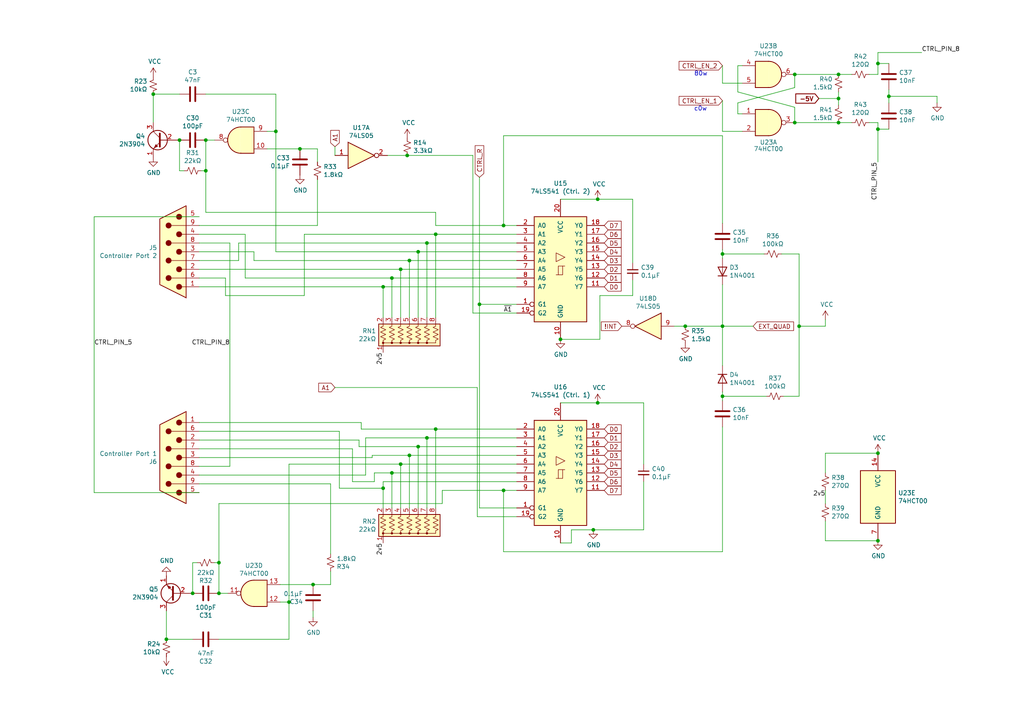
<source format=kicad_sch>
(kicad_sch (version 20250114) (generator "eeschema") (generator_version "9.0")
  (paper "A4")
  (lib_symbols
    (symbol "74xx:74HCT00" (pin_names (offset 1.016))
      (property "Reference" "U" (at 0 1.27 0))
      (property "Value" "74HCT00" (at 0 -1.27 0))
      (symbol "74HCT00_1_1"
        (pin input line (at -7.62 2.54 0) (length 3.81) (name "~") (number "1"))
        (pin input line (at -7.62 -2.54 0) (length 3.81) (name "~") (number "2"))
        (pin output inverted (at 7.62 0 180) (length 3.81) (name "~") (number "3"))
      )
      (symbol "74HCT00_1_2"
        (pin input inverted (at -7.62 2.54 0) (length 4.318) (name "~") (number "1"))
        (pin input inverted (at -7.62 -2.54 0) (length 4.318) (name "~") (number "2"))
        (pin output line (at 7.62 0 180) (length 3.81) (name "~") (number "3"))
      )
      (symbol "74HCT00_2_1"
        (pin input line (at -7.62 2.54 0) (length 3.81) (name "~") (number "4"))
        (pin input line (at -7.62 -2.54 0) (length 3.81) (name "~") (number "5"))
        (pin output inverted (at 7.62 0 180) (length 3.81) (name "~") (number "6"))
      )
      (symbol "74HCT00_2_2"
        (pin input inverted (at -7.62 2.54 0) (length 4.318) (name "~") (number "4"))
        (pin input inverted (at -7.62 -2.54 0) (length 4.318) (name "~") (number "5"))
        (pin output line (at 7.62 0 180) (length 3.81) (name "~") (number "6"))
      )
      (symbol "74HCT00_3_1"
        (pin input line (at -7.62 2.54 0) (length 3.81) (name "~") (number "9"))
        (pin input line (at -7.62 -2.54 0) (length 3.81) (name "~") (number "10"))
        (pin output inverted (at 7.62 0 180) (length 3.81) (name "~") (number "8"))
      )
      (symbol "74HCT00_3_2"
        (pin input inverted (at -7.62 2.54 0) (length 4.318) (name "~") (number "9"))
        (pin input inverted (at -7.62 -2.54 0) (length 4.318) (name "~") (number "10"))
        (pin output line (at 7.62 0 180) (length 3.81) (name "~") (number "8"))
      )
      (symbol "74HCT00_4_1"
        (pin input line (at -7.62 2.54 0) (length 3.81) (name "~") (number "12"))
        (pin input line (at -7.62 -2.54 0) (length 3.81) (name "~") (number "13"))
        (pin output inverted (at 7.62 0 180) (length 3.81) (name "~") (number "11"))
      )
      (symbol "74HCT00_4_2"
        (pin input inverted (at -7.62 2.54 0) (length 4.318) (name "~") (number "12"))
        (pin input inverted (at -7.62 -2.54 0) (length 4.318) (name "~") (number "13"))
        (pin output line (at 7.62 0 180) (length 3.81) (name "~") (number "11"))
      )
      (symbol "74HCT00_5_0"
        (pin power_in line (at 0 12.7 270) (length 5.08) (name "VCC") (number "14"))
        (pin power_in line (at 0 -12.7 90) (length 5.08) (name "GND") (number "7"))
      )
    )
    (symbol "74xx:74LS05" (pin_names (offset 1.016))
      (property "Reference" "U" (at 0 1.27 0))
      (property "Value" "74LS05" (at 0 -1.27 0))
      (symbol "74LS05_1_0"
        (pin input line (at -7.62 0 0) (length 3.81) (name "~") (number "1"))
        (pin open_collector inverted (at 7.62 0 180) (length 3.81) (name "~") (number "2"))
      )
      (symbol "74LS05_2_0"
        (pin input line (at -7.62 0 0) (length 3.81) (name "~") (number "3"))
        (pin open_collector inverted (at 7.62 0 180) (length 3.81) (name "~") (number "4"))
      )
      (symbol "74LS05_3_0"
        (pin input line (at -7.62 0 0) (length 3.81) (name "~") (number "5"))
        (pin open_collector inverted (at 7.62 0 180) (length 3.81) (name "~") (number "6"))
      )
      (symbol "74LS05_4_0"
        (pin input line (at -7.62 0 0) (length 3.81) (name "~") (number "9"))
        (pin open_collector inverted (at 7.62 0 180) (length 3.81) (name "~") (number "8"))
      )
      (symbol "74LS05_5_0"
        (pin input line (at -7.62 0 0) (length 3.81) (name "~") (number "11"))
        (pin open_collector inverted (at 7.62 0 180) (length 3.81) (name "~") (number "10"))
      )
      (symbol "74LS05_6_0"
        (pin input line (at -7.62 0 0) (length 3.81) (name "~") (number "13"))
        (pin open_collector inverted (at 7.62 0 180) (length 3.81) (name "~") (number "12"))
      )
      (symbol "74LS05_7_0"
        (pin power_in line (at 0 12.7 270) (length 5.08) (name "VCC") (number "14"))
        (pin power_in line (at 0 -12.7 90) (length 5.08) (name "GND") (number "7"))
      )
    )
    (symbol "74xx:74LS541" (pin_names (offset 1.016))
      (property "Reference" "U" (at -7.62 16.51 0))
      (property "Value" "74LS541" (at -7.62 -16.51 0))
      (symbol "74LS541_1_0"
        (pin input line (at -12.7 12.7 0) (length 5.08) (name "A0") (number "2"))
        (pin input line (at -12.7 10.16 0) (length 5.08) (name "A1") (number "3"))
        (pin input line (at -12.7 7.62 0) (length 5.08) (name "A2") (number "4"))
        (pin input line (at -12.7 5.08 0) (length 5.08) (name "A3") (number "5"))
        (pin input line (at -12.7 2.54 0) (length 5.08) (name "A4") (number "6"))
        (pin input line (at -12.7 0 0) (length 5.08) (name "A5") (number "7"))
        (pin input line (at -12.7 -2.54 0) (length 5.08) (name "A6") (number "8"))
        (pin input line (at -12.7 -5.08 0) (length 5.08) (name "A7") (number "9"))
        (pin input inverted (at -12.7 -10.16 0) (length 5.08) (name "G1") (number "1"))
        (pin input inverted (at -12.7 -12.7 0) (length 5.08) (name "G2") (number "19"))
        (pin power_in line (at 0 20.32 270) (length 5.08) (name "VCC") (number "20"))
        (pin power_in line (at 0 -20.32 90) (length 5.08) (name "GND") (number "10"))
        (pin tri_state line (at 12.7 12.7 180) (length 5.08) (name "Y0") (number "18"))
        (pin tri_state line (at 12.7 10.16 180) (length 5.08) (name "Y1") (number "17"))
        (pin tri_state line (at 12.7 7.62 180) (length 5.08) (name "Y2") (number "16"))
        (pin tri_state line (at 12.7 5.08 180) (length 5.08) (name "Y3") (number "15"))
        (pin tri_state line (at 12.7 2.54 180) (length 5.08) (name "Y4") (number "14"))
        (pin tri_state line (at 12.7 0 180) (length 5.08) (name "Y5") (number "13"))
        (pin tri_state line (at 12.7 -2.54 180) (length 5.08) (name "Y6") (number "12"))
        (pin tri_state line (at 12.7 -5.08 180) (length 5.08) (name "Y7") (number "11"))
      )
    )
    (symbol "Connector:DB9_Male" (pin_names (offset 1.016) (hide yes))
      (property "Reference" "J" (at 0 13.97 0))
      (property "Value" "DB9_Male" (at 0 -14.605 0))
      (symbol "DB9_Male_1_1"
        (pin passive line (at -7.62 10.16 0) (length 3.81) (name "5") (number "5"))
        (pin passive line (at -7.62 7.62 0) (length 3.81) (name "9") (number "9"))
        (pin passive line (at -7.62 5.08 0) (length 3.81) (name "4") (number "4"))
        (pin passive line (at -7.62 2.54 0) (length 3.81) (name "8") (number "8"))
        (pin passive line (at -7.62 0 0) (length 3.81) (name "3") (number "3"))
        (pin passive line (at -7.62 -2.54 0) (length 3.81) (name "7") (number "7"))
        (pin passive line (at -7.62 -5.08 0) (length 3.81) (name "2") (number "2"))
        (pin passive line (at -7.62 -7.62 0) (length 3.81) (name "6") (number "6"))
        (pin passive line (at -7.62 -10.16 0) (length 3.81) (name "1") (number "1"))
      )
    )
    (symbol "Device:C" (pin_numbers (hide yes)) (pin_names (offset 0.254))
      (property "Reference" "C" (at 0.635 2.54 0))
      (property "Value" "C" (at 0.635 -2.54 0))
      (symbol "C_1_1"
        (pin passive line (at 0 3.81 270) (length 2.794) (name "~") (number "1"))
        (pin passive line (at 0 -3.81 90) (length 2.794) (name "~") (number "2"))
      )
    )
    (symbol "Device:C_Small" (pin_numbers (hide yes)) (pin_names (offset 0.254) (hide yes))
      (property "Reference" "C" (at 0.254 1.778 0))
      (property "Value" "C_Small" (at 0.254 -2.032 0))
      (symbol "C_Small_1_1"
        (pin passive line (at 0 2.54 270) (length 2.032) (name "~") (number "1"))
        (pin passive line (at 0 -2.54 90) (length 2.032) (name "~") (number "2"))
      )
    )
    (symbol "Device:R_Network07_US" (pin_names (offset 0) (hide yes))
      (property "Reference" "RN" (at -10.16 0 90))
      (property "Value" "R_Network07_US" (at 10.16 0 90))
      (symbol "R_Network07_US_1_1"
        (pin passive line (at -7.62 5.08 270) (length 2.54) (name "common") (number "1"))
        (pin passive line (at -7.62 -5.08 90) (length 1.27) (name "R1") (number "2"))
        (pin passive line (at -5.08 -5.08 90) (length 1.27) (name "R2") (number "3"))
        (pin passive line (at -2.54 -5.08 90) (length 1.27) (name "R3") (number "4"))
        (pin passive line (at 0 -5.08 90) (length 1.27) (name "R4") (number "5"))
        (pin passive line (at 2.54 -5.08 90) (length 1.27) (name "R5") (number "6"))
        (pin passive line (at 5.08 -5.08 90) (length 1.27) (name "R6") (number "7"))
        (pin passive line (at 7.62 -5.08 90) (length 1.27) (name "R7") (number "8"))
      )
    )
    (symbol "Device:R_Small_US" (pin_numbers (hide yes)) (pin_names (offset 0.254) (hide yes))
      (property "Reference" "R" (at 0.762 0.508 0))
      (property "Value" "R_Small_US" (at 0.762 -1.016 0))
      (symbol "R_Small_US_1_1"
        (pin passive line (at 0 2.54 270) (length 1.016) (name "~") (number "1"))
        (pin passive line (at 0 -2.54 90) (length 1.016) (name "~") (number "2"))
      )
    )
    (symbol "Diode:1N4001" (pin_numbers (hide yes)) (pin_names (offset 1.016) (hide yes))
      (property "Reference" "D" (at 0 2.54 0))
      (property "Value" "1N4001" (at 0 -2.54 0))
      (symbol "1N4001_1_1"
        (pin passive line (at -3.81 0 0) (length 2.54) (name "K") (number "1"))
        (pin passive line (at 3.81 0 180) (length 2.54) (name "A") (number "2"))
      )
    )
    (symbol "Transistor_BJT:2N3904" (pin_names (offset 0) (hide yes))
      (property "Reference" "Q" (at 5.08 1.905 0))
      (property "Value" "2N3904" (at 5.08 0 0))
      (symbol "2N3904_1_1"
        (pin passive line (at -5.08 0 0) (length 5.715) (name "B") (number "2"))
        (pin passive line (at 2.54 5.08 270) (length 2.54) (name "C") (number "3"))
        (pin passive line (at 2.54 -5.08 90) (length 2.54) (name "E") (number "1"))
      )
    )
    (symbol "power:GND" (power) (pin_names (offset 0))
      (property "Value" "GND" (at 0 -3.81 0))
      (symbol "GND_1_1"
        (pin power_in line (at 0 0 270) (length 0) (hide yes) (name "GND") (number "1"))
      )
    )
    (symbol "power:VCC" (power) (pin_names (offset 0))
      (property "Value" "VCC" (at 0 3.81 0))
      (symbol "VCC_1_1"
        (pin power_in line (at 0 0 90) (length 0) (hide yes) (name "VCC") (number "1"))
      )
    )
  )
  (text "c0w" (at 205.105 32.385 0) (effects (font (size 1.27 1.27)) (justify right bottom)))
  (text "80w" (at 201.295 22.225 0) (effects (font (size 1.27 1.27)) (justify left bottom)))
  (junction (at 126.365 124.46))
  (junction (at 118.745 75.565))
  (junction (at 162.56 98.425))
  (junction (at 121.285 129.54))
  (junction (at 118.745 132.08))
  (junction (at 173.355 116.84))
  (junction (at 209.55 73.66))
  (junction (at 126.365 67.945))
  (junction (at 209.55 114.935))
  (junction (at 80.01 38.1))
  (junction (at 116.205 78.105))
  (junction (at 198.755 94.615))
  (junction (at 209.55 94.615))
  (junction (at 113.665 137.16))
  (junction (at 254.635 18.415))
  (junction (at 243.205 21.59))
  (junction (at 116.205 134.62))
  (junction (at 111.125 141.605))
  (junction (at 231.775 94.615))
  (junction (at 254.635 37.465))
  (junction (at 173.355 57.785))
  (junction (at 48.26 185.42))
  (junction (at 59.69 49.53))
  (junction (at 146.05 142.24))
  (junction (at 123.825 70.485))
  (junction (at 55.88 172.085))
  (junction (at 254.635 131.445))
  (junction (at 86.995 43.18))
  (junction (at 121.285 73.025))
  (junction (at 243.205 35.56))
  (junction (at 254.635 156.845))
  (junction (at 83.82 174.625))
  (junction (at 172.085 153.67))
  (junction (at 243.205 28.575))
  (junction (at 113.665 80.645))
  (junction (at 111.125 83.185))
  (junction (at 139.065 88.265))
  (junction (at 118.11 45.085))
  (junction (at 59.69 40.64))
  (junction (at 230.505 35.56))
  (junction (at 90.805 169.545))
  (junction (at 257.81 27.94))
  (junction (at 52.07 40.64))
  (junction (at 230.505 21.59))
  (junction (at 146.05 65.405))
  (junction (at 123.825 127))
  (junction (at 63.5 172.085))
  (junction (at 63.5 163.195))
  (junction (at 44.45 27.305))
  (wire (pts (xy 231.775 94.615) (xy 239.395 94.615)))
  (wire (pts (xy 213.995 19.05) (xy 213.995 26.67)))
  (wire (pts (xy 149.86 134.62) (xy 116.205 134.62)))
  (wire (pts (xy 121.285 129.54) (xy 149.86 129.54)))
  (wire (pts (xy 80.01 27.305) (xy 59.69 27.305)))
  (wire (pts (xy 239.395 142.24) (xy 239.395 146.05)))
  (wire (pts (xy 195.58 94.615) (xy 198.755 94.615)))
  (wire (pts (xy 95.885 165.735) (xy 95.885 169.545)))
  (wire (pts (xy 52.07 49.53) (xy 52.07 40.64)))
  (wire (pts (xy 123.825 92.075) (xy 123.825 70.485)))
  (wire (pts (xy 209.55 39.37) (xy 209.55 64.77)))
  (wire (pts (xy 231.775 114.935) (xy 231.775 94.615)))
  (wire (pts (xy 128.27 142.24) (xy 128.27 146.05)))
  (wire (pts (xy 106.045 127) (xy 106.045 137.795)))
  (wire (pts (xy 209.55 73.66) (xy 209.55 74.93)))
  (wire (pts (xy 227.33 114.935) (xy 231.775 114.935)))
  (wire (pts (xy 252.095 35.56) (xy 254.635 35.56)))
  (wire (pts (xy 165.735 157.48) (xy 162.56 157.48)))
  (wire (pts (xy 209.55 82.55) (xy 209.55 94.615)))
  (wire (pts (xy 146.05 65.405) (xy 149.86 65.405)))
  (wire (pts (xy 92.075 52.07) (xy 92.075 65.405)))
  (wire (pts (xy 126.365 61.595) (xy 126.365 65.405)))
  (wire (pts (xy 186.69 153.67) (xy 172.085 153.67)))
  (wire (pts (xy 209.55 94.615) (xy 218.44 94.615)))
  (wire (pts (xy 57.785 80.645) (xy 65.405 80.645)))
  (wire (pts (xy 138.43 149.86) (xy 149.86 149.86)))
  (wire (pts (xy 257.81 27.94) (xy 257.81 29.845)))
  (wire (pts (xy 186.69 134.62) (xy 186.69 116.84)))
  (wire (pts (xy 97.155 42.545) (xy 97.155 45.085)))
  (wire (pts (xy 146.05 142.24) (xy 146.05 160.02)))
  (wire (pts (xy 90.805 169.545) (xy 81.28 169.545)))
  (wire (pts (xy 73.66 73.025) (xy 73.66 75.565)))
  (wire (pts (xy 83.82 185.42) (xy 63.5 185.42)))
  (wire (pts (xy 173.99 98.425) (xy 173.99 85.725)))
  (wire (pts (xy 254.635 21.59) (xy 254.635 18.415)))
  (wire (pts (xy 239.395 94.615) (xy 239.395 92.71)))
  (wire (pts (xy 27.305 62.865) (xy 57.785 62.865)))
  (wire (pts (xy 57.785 122.555) (xy 104.775 122.555)))
  (wire (pts (xy 243.205 28.575) (xy 237.49 28.575)))
  (wire (pts (xy 126.365 124.46) (xy 149.86 124.46)))
  (wire (pts (xy 126.365 67.945) (xy 149.86 67.945)))
  (wire (pts (xy 243.205 21.59) (xy 230.505 21.59)))
  (wire (pts (xy 254.635 37.465) (xy 254.635 46.99)))
  (wire (pts (xy 230.505 31.115) (xy 230.505 35.56)))
  (wire (pts (xy 137.16 45.085) (xy 137.16 90.805)))
  (wire (pts (xy 215.265 38.1) (xy 209.55 38.1)))
  (wire (pts (xy 128.27 146.05) (xy 63.5 146.05)))
  (wire (pts (xy 254.635 18.415) (xy 254.635 15.24)))
  (wire (pts (xy 139.065 147.32) (xy 149.86 147.32)))
  (wire (pts (xy 104.14 129.54) (xy 121.285 129.54)))
  (wire (pts (xy 213.995 33.02) (xy 215.265 33.02)))
  (wire (pts (xy 149.86 83.185) (xy 111.125 83.185)))
  (wire (pts (xy 146.05 142.24) (xy 128.27 142.24)))
  (wire (pts (xy 183.515 76.2) (xy 183.515 57.785)))
  (wire (pts (xy 83.82 134.62) (xy 83.82 174.625)))
  (wire (pts (xy 65.405 85.725) (xy 88.265 85.725)))
  (wire (pts (xy 209.55 73.66) (xy 221.615 73.66)))
  (wire (pts (xy 146.05 160.02) (xy 209.55 160.02)))
  (wire (pts (xy 257.81 27.94) (xy 271.78 27.94)))
  (wire (pts (xy 173.355 57.785) (xy 162.56 57.785)))
  (wire (pts (xy 126.365 147.32) (xy 126.365 124.46)))
  (wire (pts (xy 102.235 130.175) (xy 102.235 139.7)))
  (wire (pts (xy 149.86 88.265) (xy 139.065 88.265)))
  (wire (pts (xy 57.785 67.945) (xy 71.12 67.945)))
  (wire (pts (xy 146.05 39.37) (xy 209.55 39.37)))
  (wire (pts (xy 113.665 147.32) (xy 113.665 137.16)))
  (wire (pts (xy 104.775 124.46) (xy 126.365 124.46)))
  (wire (pts (xy 83.82 174.625) (xy 81.28 174.625)))
  (wire (pts (xy 92.075 46.99) (xy 92.075 43.18)))
  (wire (pts (xy 118.745 75.565) (xy 149.86 75.565)))
  (wire (pts (xy 209.55 24.13) (xy 209.55 19.05)))
  (wire (pts (xy 243.205 30.48) (xy 243.205 28.575)))
  (wire (pts (xy 243.205 21.59) (xy 247.015 21.59)))
  (wire (pts (xy 186.69 139.7) (xy 186.69 153.67)))
  (wire (pts (xy 53.34 49.53) (xy 52.07 49.53)))
  (wire (pts (xy 88.265 85.725) (xy 88.265 67.945)))
  (wire (pts (xy 27.305 142.875) (xy 27.305 62.865)))
  (wire (pts (xy 88.265 67.945) (xy 126.365 67.945)))
  (wire (pts (xy 116.205 147.32) (xy 116.205 134.62)))
  (wire (pts (xy 83.82 174.625) (xy 83.82 185.42)))
  (wire (pts (xy 113.665 137.16) (xy 149.86 137.16)))
  (wire (pts (xy 239.395 151.13) (xy 239.395 156.845)))
  (wire (pts (xy 149.86 78.105) (xy 116.205 78.105)))
  (wire (pts (xy 186.69 116.84) (xy 173.355 116.84)))
  (wire (pts (xy 97.155 112.395) (xy 138.43 112.395)))
  (wire (pts (xy 254.635 37.465) (xy 257.81 37.465)))
  (wire (pts (xy 104.14 127.635) (xy 104.14 129.54)))
  (wire (pts (xy 213.995 26.67) (xy 230.505 31.115)))
  (wire (pts (xy 86.995 43.18) (xy 77.47 43.18)))
  (wire (pts (xy 239.395 156.845) (xy 254.635 156.845)))
  (wire (pts (xy 139.065 88.265) (xy 139.065 147.32)))
  (wire (pts (xy 243.205 28.575) (xy 243.205 26.67)))
  (wire (pts (xy 230.505 35.56) (xy 243.205 35.56)))
  (wire (pts (xy 113.665 92.075) (xy 113.665 80.645)))
  (wire (pts (xy 252.095 21.59) (xy 254.635 21.59)))
  (wire (pts (xy 63.5 146.05) (xy 63.5 163.195)))
  (wire (pts (xy 57.785 127.635) (xy 104.14 127.635)))
  (wire (pts (xy 66.675 70.485) (xy 57.785 70.485)))
  (wire (pts (xy 108.585 137.16) (xy 113.665 137.16)))
  (wire (pts (xy 123.825 127) (xy 106.045 127)))
  (wire (pts (xy 254.635 15.24) (xy 267.335 15.24)))
  (wire (pts (xy 149.86 142.24) (xy 146.05 142.24)))
  (wire (pts (xy 123.825 70.485) (xy 69.215 70.485)))
  (wire (pts (xy 126.365 92.075) (xy 126.365 67.945)))
  (wire (pts (xy 80.01 38.1) (xy 80.01 27.305)))
  (wire (pts (xy 116.205 78.105) (xy 57.785 78.105)))
  (wire (pts (xy 48.26 177.165) (xy 48.26 185.42)))
  (wire (pts (xy 116.205 92.075) (xy 116.205 78.105)))
  (wire (pts (xy 108.585 139.7) (xy 108.585 137.16)))
  (wire (pts (xy 58.42 49.53) (xy 59.69 49.53)))
  (wire (pts (xy 172.085 153.67) (xy 165.735 153.67)))
  (wire (pts (xy 62.23 163.195) (xy 63.5 163.195)))
  (wire (pts (xy 113.665 80.645) (xy 149.86 80.645)))
  (wire (pts (xy 173.99 85.725) (xy 183.515 85.725)))
  (wire (pts (xy 138.43 112.395) (xy 138.43 149.86)))
  (wire (pts (xy 111.125 92.075) (xy 111.125 83.185)))
  (wire (pts (xy 69.215 70.485) (xy 69.215 75.565)))
  (wire (pts (xy 57.785 65.405) (xy 92.075 65.405)))
  (wire (pts (xy 149.86 70.485) (xy 123.825 70.485)))
  (wire (pts (xy 209.55 114.935) (xy 209.55 116.205)))
  (wire (pts (xy 57.785 73.025) (xy 73.66 73.025)))
  (wire (pts (xy 107.95 132.08) (xy 118.745 132.08)))
  (wire (pts (xy 44.45 27.305) (xy 52.07 27.305)))
  (wire (pts (xy 271.78 27.94) (xy 271.78 29.845)))
  (wire (pts (xy 63.5 172.085) (xy 66.04 172.085)))
  (wire (pts (xy 149.86 139.7) (xy 111.125 139.7)))
  (wire (pts (xy 209.55 113.665) (xy 209.55 114.935)))
  (wire (pts (xy 137.16 90.805) (xy 149.86 90.805)))
  (wire (pts (xy 254.635 131.445) (xy 239.395 131.445)))
  (wire (pts (xy 165.735 153.67) (xy 165.735 157.48)))
  (wire (pts (xy 257.81 26.035) (xy 257.81 27.94)))
  (wire (pts (xy 222.25 114.935) (xy 209.55 114.935)))
  (wire (pts (xy 95.885 140.335) (xy 95.885 160.655)))
  (wire (pts (xy 59.69 49.53) (xy 59.69 61.595)))
  (wire (pts (xy 80.01 38.1) (xy 77.47 38.1)))
  (wire (pts (xy 73.66 75.565) (xy 118.745 75.565)))
  (wire (pts (xy 107.95 132.715) (xy 107.95 132.08)))
  (wire (pts (xy 57.785 132.715) (xy 107.95 132.715)))
  (wire (pts (xy 209.55 160.02) (xy 209.55 123.825)))
  (wire (pts (xy 121.285 73.025) (xy 80.01 73.025)))
  (wire (pts (xy 63.5 163.195) (xy 63.5 172.085)))
  (wire (pts (xy 106.045 137.795) (xy 57.785 137.795)))
  (wire (pts (xy 213.995 29.845) (xy 213.995 33.02)))
  (wire (pts (xy 116.205 134.62) (xy 83.82 134.62)))
  (wire (pts (xy 80.01 73.025) (xy 80.01 38.1)))
  (wire (pts (xy 118.11 45.085) (xy 137.16 45.085)))
  (wire (pts (xy 104.775 122.555) (xy 104.775 124.46)))
  (wire (pts (xy 209.55 72.39) (xy 209.55 73.66)))
  (wire (pts (xy 111.125 141.605) (xy 98.425 141.605)))
  (wire (pts (xy 55.88 163.195) (xy 55.88 172.085)))
  (wire (pts (xy 102.235 139.7) (xy 108.585 139.7)))
  (wire (pts (xy 183.515 57.785) (xy 173.355 57.785)))
  (wire (pts (xy 57.785 135.255) (xy 66.675 135.255)))
  (wire (pts (xy 254.635 35.56) (xy 254.635 37.465)))
  (wire (pts (xy 90.805 179.07) (xy 90.805 177.165)))
  (wire (pts (xy 118.745 132.08) (xy 149.86 132.08)))
  (wire (pts (xy 239.395 131.445) (xy 239.395 137.16)))
  (wire (pts (xy 69.215 75.565) (xy 57.785 75.565)))
  (wire (pts (xy 209.55 94.615) (xy 209.55 106.045)))
  (wire (pts (xy 57.15 163.195) (xy 55.88 163.195)))
  (wire (pts (xy 209.55 38.1) (xy 209.55 29.21)))
  (wire (pts (xy 111.125 139.7) (xy 111.125 141.605)))
  (wire (pts (xy 198.755 94.615) (xy 209.55 94.615)))
  (wire (pts (xy 57.785 142.875) (xy 27.305 142.875)))
  (wire (pts (xy 149.86 73.025) (xy 121.285 73.025)))
  (wire (pts (xy 92.075 43.18) (xy 86.995 43.18)))
  (wire (pts (xy 173.355 116.84) (xy 162.56 116.84)))
  (wire (pts (xy 121.285 147.32) (xy 121.285 129.54)))
  (wire (pts (xy 98.425 141.605) (xy 98.425 125.095)))
  (wire (pts (xy 123.825 147.32) (xy 123.825 127)))
  (wire (pts (xy 215.265 24.13) (xy 209.55 24.13)))
  (wire (pts (xy 57.785 130.175) (xy 102.235 130.175)))
  (wire (pts (xy 44.45 35.56) (xy 44.45 27.305)))
  (wire (pts (xy 230.505 25.4) (xy 213.995 29.845)))
  (wire (pts (xy 121.285 73.025) (xy 121.285 92.075)))
  (wire (pts (xy 162.56 98.425) (xy 173.99 98.425)))
  (wire (pts (xy 95.885 140.335) (xy 57.785 140.335)))
  (wire (pts (xy 254.635 18.415) (xy 257.81 18.415)))
  (wire (pts (xy 231.775 94.615) (xy 231.775 73.66)))
  (wire (pts (xy 230.505 21.59) (xy 230.505 25.4)))
  (wire (pts (xy 95.885 169.545) (xy 90.805 169.545)))
  (wire (pts (xy 71.12 80.645) (xy 113.665 80.645)))
  (wire (pts (xy 146.05 65.405) (xy 146.05 39.37)))
  (wire (pts (xy 59.69 49.53) (xy 59.69 40.64)))
  (wire (pts (xy 149.86 127) (xy 123.825 127)))
  (wire (pts (xy 111.125 147.32) (xy 111.125 141.605)))
  (wire (pts (xy 59.69 40.64) (xy 62.23 40.64)))
  (wire (pts (xy 243.205 35.56) (xy 247.015 35.56)))
  (wire (pts (xy 118.745 92.075) (xy 118.745 75.565)))
  (wire (pts (xy 126.365 65.405) (xy 146.05 65.405)))
  (wire (pts (xy 59.69 61.595) (xy 126.365 61.595)))
  (wire (pts (xy 66.675 135.255) (xy 66.675 70.485)))
  (wire (pts (xy 48.26 185.42) (xy 55.88 185.42)))
  (wire (pts (xy 71.12 67.945) (xy 71.12 80.645)))
  (wire (pts (xy 98.425 125.095) (xy 57.785 125.095)))
  (wire (pts (xy 139.065 51.435) (xy 139.065 88.265)))
  (wire (pts (xy 111.125 83.185) (xy 57.785 83.185)))
  (wire (pts (xy 112.395 45.085) (xy 118.11 45.085)))
  (wire (pts (xy 65.405 80.645) (xy 65.405 85.725)))
  (wire (pts (xy 118.745 147.32) (xy 118.745 132.08)))
  (wire (pts (xy 215.265 19.05) (xy 213.995 19.05)))
  (wire (pts (xy 183.515 85.725) (xy 183.515 81.28)))
  (wire (pts (xy 231.775 73.66) (xy 226.695 73.66)))
  (label "CTRL_PIN_5" (at 27.305 100.33 0))
  (label "~{A1}" (at 146.05 90.805 0))
  (label "2v5" (at 239.395 144.145 180))
  (label "CTRL_PIN_8" (at 267.335 15.24 0))
  (label "2v5" (at 111.125 157.48 270))
  (label "CTRL_PIN_5" (at 254.635 46.99 270))
  (label "CTRL_PIN_8" (at 66.675 100.33 180))
  (label "2v5" (at 111.125 102.235 270))
  (global_label "A1" (shape input) (at 97.155 42.545 90) (property "Intersheetrefs" "${INTERSHEET_REFS}" (effects (hide yes))))
  (global_label "D3" (shape input) (at 175.26 132.08 0) (property "Intersheetrefs" "${INTERSHEET_REFS}" (effects (hide yes))))
  (global_label "!INT" (shape input) (at 180.34 94.615 180) (property "Intersheetrefs" "${INTERSHEET_REFS}" (effects (hide yes))))
  (global_label "CTRL_EN_1" (shape input) (at 209.55 29.21 180) (property "Intersheetrefs" "${INTERSHEET_REFS}" (effects (hide yes))))
  (global_label "CTRL_EN_2" (shape input) (at 209.55 19.05 180) (property "Intersheetrefs" "${INTERSHEET_REFS}" (effects (hide yes))))
  (global_label "D4" (shape input) (at 175.26 73.025 0) (property "Intersheetrefs" "${INTERSHEET_REFS}" (effects (hide yes))))
  (global_label "D1" (shape input) (at 175.26 127 0) (property "Intersheetrefs" "${INTERSHEET_REFS}" (effects (hide yes))))
  (global_label "-5V" (shape input) (at 237.49 28.575 180) (effects (font (thickness 0.254) (bold yes))) (property "Intersheetrefs" "${INTERSHEET_REFS}" (effects (hide yes))))
  (global_label "EXT_QUAD" (shape input) (at 218.44 94.615 0) (property "Intersheetrefs" "${INTERSHEET_REFS}" (effects (hide yes))))
  (global_label "CTRL_R" (shape input) (at 139.065 51.435 90) (property "Intersheetrefs" "${INTERSHEET_REFS}" (effects (hide yes))))
  (global_label "A1" (shape input) (at 97.155 112.395 180) (property "Intersheetrefs" "${INTERSHEET_REFS}" (effects (hide yes))))
  (global_label "D6" (shape input) (at 175.26 67.945 0) (property "Intersheetrefs" "${INTERSHEET_REFS}" (effects (hide yes))))
  (global_label "D7" (shape input) (at 175.26 65.405 0) (property "Intersheetrefs" "${INTERSHEET_REFS}" (effects (hide yes))))
  (global_label "D2" (shape input) (at 175.26 129.54 0) (property "Intersheetrefs" "${INTERSHEET_REFS}" (effects (hide yes))))
  (global_label "D6" (shape input) (at 175.26 139.7 0) (property "Intersheetrefs" "${INTERSHEET_REFS}" (effects (hide yes))))
  (global_label "D2" (shape input) (at 175.26 78.105 0) (property "Intersheetrefs" "${INTERSHEET_REFS}" (effects (hide yes))))
  (global_label "D0" (shape input) (at 175.26 124.46 0) (property "Intersheetrefs" "${INTERSHEET_REFS}" (effects (hide yes))))
  (global_label "D7" (shape input) (at 175.26 142.24 0) (property "Intersheetrefs" "${INTERSHEET_REFS}" (effects (hide yes))))
  (global_label "D5" (shape input) (at 175.26 137.16 0) (property "Intersheetrefs" "${INTERSHEET_REFS}" (effects (hide yes))))
  (global_label "D0" (shape input) (at 175.26 83.185 0) (property "Intersheetrefs" "${INTERSHEET_REFS}" (effects (hide yes))))
  (global_label "D3" (shape input) (at 175.26 75.565 0) (property "Intersheetrefs" "${INTERSHEET_REFS}" (effects (hide yes))))
  (global_label "D4" (shape input) (at 175.26 134.62 0) (property "Intersheetrefs" "${INTERSHEET_REFS}" (effects (hide yes))))
  (global_label "D1" (shape input) (at 175.26 80.645 0) (property "Intersheetrefs" "${INTERSHEET_REFS}" (effects (hide yes))))
  (global_label "D5" (shape input) (at 175.26 70.485 0) (property "Intersheetrefs" "${INTERSHEET_REFS}" (effects (hide yes))))
  (symbol (lib_id "74xx:74LS05") (at 104.775 45.085 0) (unit 1)
    (property "Reference" "U17" (at 104.775 37.0332 0))
    (property "Value" "74LS05" (at 104.775 39.3446 0))
    (property "Footprint" "Housings_SOIC:SOIC-14_3.9x8.7mm_Pitch1.27mm" (effects (hide yes)))
    (property "Datasheet" "https://www.digikey.ca/product-detail/en/MM74HCT05MX/MM74HCT05MXCT-ND/2094424/?itemSeq=317132076" (effects (hide yes)))
    (property "DigiKey" "296-1630-1-ND" (effects (hide yes)))
  )
  (symbol (lib_id "Device:R_Small_US") (at 118.11 42.545 0) (unit 1)
    (property "Reference" "R14" (at 119.8372 41.3766 0) (effects (justify left)))
    (property "Value" "3.3kΩ" (at 119.8372 43.688 0) (effects (justify left)))
    (property "Footprint" "Resistors_SMD:R_0805_HandSoldering" (effects (hide yes)))
    (property "DigiKey" "RMCF0805JT3K30CT-ND" (effects (hide yes)))
  )
  (symbol (lib_id "power:VCC") (at 118.11 40.005 0) (unit 1)
    (property "Reference" "#PWR0115" (effects (hide yes)))
    (property "Value" "VCC" (at 118.5418 35.6108 0))
  )
  (symbol (lib_id "Connector:DB9_Male") (at 50.165 73.025 0) (mirror y) (unit 1)
    (property "Reference" "J5" (at 45.593 71.8566 0) (effects (justify left)))
    (property "Value" "Controller Port 2" (at 45.593 74.168 0) (effects (justify left)))
    (property "Footprint" "Jacks:A-DS 09 A-KG-T2S" (effects (hide yes)))
    (property "Datasheet" "http://www.assmann-wsw.com/fileadmin/datasheets/ASS_4888_CO.pdf" (effects (hide yes)))
    (property "DigiKey" "AE10968-ND" (effects (hide yes)))
  )
  (symbol (lib_id "Connector:DB9_Male") (at 50.165 132.715 180) (unit 1)
    (property "Reference" "J6" (at 45.593 133.8834 0) (effects (justify left)))
    (property "Value" "Controller Port 1" (at 45.593 131.572 0) (effects (justify left)))
    (property "Footprint" "Jacks:A-DS 09 A-KG-T2S" (effects (hide yes)))
    (property "Datasheet" "http://www.assmann-wsw.com/fileadmin/datasheets/ASS_4888_CO.pdf" (effects (hide yes)))
    (property "DigiKey" "AE10968-ND" (effects (hide yes)))
  )
  (symbol (lib_id "Device:R_Small_US") (at 239.395 139.7 0) (unit 1)
    (property "Reference" "R38" (at 241.1222 138.5316 0) (effects (justify left)))
    (property "Value" "270Ω" (at 241.1222 140.843 0) (effects (justify left)))
    (property "Footprint" "Resistors_SMD:R_0805_HandSoldering" (effects (hide yes)))
    (property "DigiKey" "RMCF0805JT270RCT-ND" (effects (hide yes)))
  )
  (symbol (lib_id "Device:R_Small_US") (at 239.395 148.59 0) (unit 1)
    (property "Reference" "R39" (at 241.1222 147.4216 0) (effects (justify left)))
    (property "Value" "270Ω" (at 241.1222 149.733 0) (effects (justify left)))
    (property "Footprint" "Resistors_SMD:R_0805_HandSoldering" (effects (hide yes)))
    (property "DigiKey" "RMCF0805JT270RCT-ND" (effects (hide yes)))
  )
  (symbol (lib_id "power:GND") (at 254.635 156.845 0) (unit 1)
    (property "Reference" "#PWR0135" (effects (hide yes)))
    (property "Value" "GND" (at 254.762 161.2392 0))
  )
  (symbol (lib_id "Device:R_Network07_US") (at 118.745 97.155 0) (mirror x) (unit 1)
    (property "Reference" "RN1" (at 109.1184 95.9866 0) (effects (justify right)))
    (property "Value" "22kΩ" (at 109.1184 98.298 0) (effects (justify right)))
    (property "Footprint" "Resistors_ThroughHole:R_Array_SIP8" (effects (hide yes)))
    (property "Datasheet" "http://www.vishay.com/docs/31509/csc.pdf" (effects (hide yes)))
    (property "DigiKey" "4608X-1-223LF-ND" (effects (hide yes)))
  )
  (symbol (lib_id "Device:R_Network07_US") (at 118.745 152.4 0) (mirror x) (unit 1)
    (property "Reference" "RN2" (at 109.1184 151.2316 0) (effects (justify right)))
    (property "Value" "22kΩ" (at 109.1184 153.543 0) (effects (justify right)))
    (property "Footprint" "Resistors_ThroughHole:R_Array_SIP8" (effects (hide yes)))
    (property "Datasheet" "http://www.vishay.com/docs/31509/csc.pdf" (effects (hide yes)))
    (property "DigiKey" "4608X-1-223LF-ND" (effects (hide yes)))
  )
  (symbol (lib_id "power:GND") (at 86.995 50.8 0) (unit 1)
    (property "Reference" "#PWR0158" (effects (hide yes)))
    (property "Value" "GND" (at 87.122 55.1942 0))
  )
  (symbol (lib_id "power:GND") (at 90.805 179.07 0) (unit 1)
    (property "Reference" "#PWR0159" (effects (hide yes)))
    (property "Value" "GND" (at 90.932 183.4642 0))
  )
  (symbol (lib_id "Device:R_Small_US") (at 92.075 49.53 180) (unit 1)
    (property "Reference" "R33" (at 93.8022 48.3616 0) (effects (justify right)))
    (property "Value" "1.8kΩ" (at 93.8022 50.673 0) (effects (justify right)))
    (property "Footprint" "Resistors_SMD:R_0805_HandSoldering" (effects (hide yes)))
    (property "DigiKey" "RMCF0805JT1K80CT-ND" (effects (hide yes)))
  )
  (symbol (lib_id "Device:C") (at 86.995 46.99 0) (mirror x) (unit 1)
    (property "Reference" "C33" (at 84.0994 45.8216 0) (effects (justify right)))
    (property "Value" "0.1µF" (at 84.0994 48.133 0) (effects (justify right)))
    (property "Footprint" "Capacitors_SMD:C_0805_HandSoldering" (effects (hide yes)))
    (property "DigiKey" "1276-1099-1-ND" (effects (hide yes)))
  )
  (symbol (lib_id "74xx:74HCT00") (at 69.85 40.64 0) (mirror y) (unit 3)
    (property "Reference" "U23" (at 69.85 32.385 0))
    (property "Value" "74HCT00" (at 69.85 34.6964 0))
    (property "Footprint" "Housings_SOIC:SOIC-14_3.9x8.7mm_Pitch1.27mm" (effects (hide yes)))
    (property "Datasheet" "http://www.ti.com/lit/gpn/sn74hct00" (effects (hide yes)))
    (property "DigiKey" "296-14542-1-ND" (effects (hide yes)))
  )
  (symbol (lib_id "Device:C") (at 55.88 27.305 270) (unit 1)
    (property "Reference" "C3" (at 55.88 20.9042 90))
    (property "Value" "47nF" (at 55.88 23.2156 90))
    (property "Footprint" "Capacitors_SMD:C_0805_HandSoldering" (effects (hide yes)))
    (property "DigiKey" "732-8059-1-ND" (effects (hide yes)))
  )
  (symbol (lib_id "Device:R_Small_US") (at 44.45 24.765 0) (mirror x) (unit 1)
    (property "Reference" "R23" (at 42.7482 23.5966 0) (effects (justify right)))
    (property "Value" "10kΩ" (at 42.7482 25.908 0) (effects (justify right)))
    (property "Footprint" "Resistors_SMD:R_0805_HandSoldering" (effects (hide yes)))
    (property "DigiKey" "RMCF0805JT10K0CT-ND" (effects (hide yes)))
  )
  (symbol (lib_id "power:VCC") (at 44.45 22.225 0) (unit 1)
    (property "Reference" "#PWR0136" (effects (hide yes)))
    (property "Value" "VCC" (at 44.8818 17.8308 0))
  )
  (symbol (lib_id "Transistor_BJT:2N3904") (at 46.99 40.64 0) (mirror y) (unit 1)
    (property "Reference" "Q4" (at 42.1386 39.4716 0) (effects (justify left)))
    (property "Value" "2N3904" (at 42.1386 41.783 0) (effects (justify left)))
    (property "Footprint" "TO_SOT_Packages_THT:TO-92_Inline_Wide" (effects (hide yes)))
    (property "Datasheet" "https://www.fairchildsemi.com/datasheets/2N/2N3904.pdf" (effects (hide yes)))
    (property "DigiKey" "2N3904TAFSCT-ND" (effects (hide yes)))
  )
  (symbol (lib_id "Device:C") (at 55.88 40.64 270) (unit 1)
    (property "Reference" "C30" (at 55.88 34.2392 90))
    (property "Value" "100pF" (at 55.88 36.5506 90))
    (property "Footprint" "Capacitors_SMD:C_0805_HandSoldering" (effects (hide yes)))
    (property "DigiKey" "732-12161-1-ND" (effects (hide yes)))
  )
  (symbol (lib_id "Device:R_Small_US") (at 55.88 49.53 270) (unit 1)
    (property "Reference" "R31" (at 55.88 44.323 90))
    (property "Value" "22kΩ" (at 55.88 46.6344 90))
    (property "Footprint" "Resistors_SMD:R_0805_HandSoldering" (effects (hide yes)))
    (property "DigiKey" "RMCF0805JT22K0CT-ND" (effects (hide yes)))
  )
  (symbol (lib_id "power:GND") (at 44.45 45.72 0) (unit 1)
    (property "Reference" "#PWR0137" (effects (hide yes)))
    (property "Value" "GND" (at 44.577 50.1142 0))
  )
  (symbol (lib_id "Device:R_Small_US") (at 95.885 163.195 0) (mirror y) (unit 1)
    (property "Reference" "R34" (at 97.6122 164.3634 0) (effects (justify right)))
    (property "Value" "1.8kΩ" (at 97.6122 162.052 0) (effects (justify right)))
    (property "Footprint" "Resistors_SMD:R_0805_HandSoldering" (effects (hide yes)))
    (property "DigiKey" "RMCF0805JT1K80CT-ND" (effects (hide yes)))
  )
  (symbol (lib_id "Device:C") (at 90.805 173.355 0) (unit 1)
    (property "Reference" "C34" (at 87.9094 174.5234 0) (effects (justify right)))
    (property "Value" "0.1µF" (at 87.9094 172.212 0) (effects (justify right)))
    (property "Footprint" "Capacitors_SMD:C_0805_HandSoldering" (effects (hide yes)))
    (property "DigiKey" "1276-1099-1-ND" (effects (hide yes)))
  )
  (symbol (lib_id "Device:C") (at 59.69 185.42 270) (mirror x) (unit 1)
    (property "Reference" "C32" (at 59.69 191.8208 90))
    (property "Value" "47nF" (at 59.69 189.5094 90))
    (property "Footprint" "Capacitors_SMD:C_0805_HandSoldering" (effects (hide yes)))
    (property "DigiKey" "732-8059-1-ND" (effects (hide yes)))
  )
  (symbol (lib_id "Device:R_Small_US") (at 48.26 187.96 0) (mirror x) (unit 1)
    (property "Reference" "R24" (at 46.5582 186.7916 0) (effects (justify right)))
    (property "Value" "10kΩ" (at 46.5582 189.103 0) (effects (justify right)))
    (property "Footprint" "Resistors_SMD:R_0805_HandSoldering" (effects (hide yes)))
    (property "DigiKey" "RMCF0805JT10K0CT-ND" (effects (hide yes)))
  )
  (symbol (lib_id "power:VCC") (at 48.26 190.5 0) (mirror x) (unit 1)
    (property "Reference" "#PWR0138" (effects (hide yes)))
    (property "Value" "VCC" (at 48.6918 194.8942 0))
  )
  (symbol (lib_id "Transistor_BJT:2N3904") (at 50.8 172.085 180) (unit 1)
    (property "Reference" "Q5" (at 45.9486 170.9166 0) (effects (justify left)))
    (property "Value" "2N3904" (at 45.9486 173.228 0) (effects (justify left)))
    (property "Footprint" "TO_SOT_Packages_THT:TO-92_Inline_Wide" (effects (hide yes)))
    (property "Datasheet" "https://www.fairchildsemi.com/datasheets/2N/2N3904.pdf" (effects (hide yes)))
    (property "DigiKey" "2N3904TAFSCT-ND" (effects (hide yes)))
  )
  (symbol (lib_id "Device:C") (at 59.69 172.085 270) (mirror x) (unit 1)
    (property "Reference" "C31" (at 59.69 178.4858 90))
    (property "Value" "100pF" (at 59.69 176.1744 90))
    (property "Footprint" "Capacitors_SMD:C_0805_HandSoldering" (effects (hide yes)))
    (property "DigiKey" "732-12161-1-ND" (effects (hide yes)))
  )
  (symbol (lib_id "Device:R_Small_US") (at 59.69 163.195 270) (mirror x) (unit 1)
    (property "Reference" "R32" (at 59.69 168.402 90))
    (property "Value" "22kΩ" (at 59.69 166.0906 90))
    (property "Footprint" "Resistors_SMD:R_0805_HandSoldering" (effects (hide yes)))
    (property "DigiKey" "RMCF0805JT22K0CT-ND" (effects (hide yes)))
  )
  (symbol (lib_id "power:GND") (at 48.26 167.005 0) (mirror x) (unit 1)
    (property "Reference" "#PWR0139" (effects (hide yes)))
    (property "Value" "GND" (at 48.387 162.6108 0))
  )
  (symbol (lib_id "74xx:74HCT00") (at 73.66 172.085 180) (unit 4)
    (property "Reference" "U23" (at 73.66 164.0332 0))
    (property "Value" "74HCT00" (at 73.66 166.3446 0))
    (property "Footprint" "Housings_SOIC:SOIC-14_3.9x8.7mm_Pitch1.27mm" (effects (hide yes)))
    (property "Datasheet" "http://www.ti.com/lit/gpn/sn74hct00" (effects (hide yes)))
    (property "DigiKey" "296-14542-1-ND" (effects (hide yes)))
  )
  (symbol (lib_id "74xx:74HCT00") (at 254.635 144.145 0) (unit 5)
    (property "Reference" "U23" (at 260.477 142.9766 0) (effects (justify left)))
    (property "Value" "74HCT00" (at 260.477 145.288 0) (effects (justify left)))
    (property "Footprint" "Housings_SOIC:SOIC-14_3.9x8.7mm_Pitch1.27mm" (effects (hide yes)))
    (property "Datasheet" "http://www.ti.com/lit/gpn/sn74hct00" (effects (hide yes)))
    (property "DigiKey" "296-14542-1-ND" (effects (hide yes)))
  )
  (symbol (lib_id "power:VCC") (at 254.635 131.445 0) (unit 1)
    (property "Reference" "#PWR0140" (effects (hide yes)))
    (property "Value" "VCC" (at 255.0668 127.0508 0))
  )
  (symbol (lib_id "Device:C") (at 209.55 120.015 0) (unit 1)
    (property "Reference" "C36" (at 212.471 118.8466 0) (effects (justify left)))
    (property "Value" "10nF" (at 212.471 121.158 0) (effects (justify left)))
    (property "Footprint" "Capacitors_SMD:C_0805_HandSoldering" (effects (hide yes)))
    (property "DigiKey" "399-C0805X103K1RAC3316CT-ND" (effects (hide yes)))
  )
  (symbol (lib_id "Device:C") (at 209.55 68.58 0) (unit 1)
    (property "Reference" "C35" (at 212.471 67.4116 0) (effects (justify left)))
    (property "Value" "10nF" (at 212.471 69.723 0) (effects (justify left)))
    (property "Footprint" "Capacitors_SMD:C_0805_HandSoldering" (effects (hide yes)))
    (property "DigiKey" "399-C0805X103K1RAC3316CT-ND" (effects (hide yes)))
  )
  (symbol (lib_id "Diode:1N4001") (at 209.55 109.855 270) (unit 1)
    (property "Reference" "D4" (at 211.5566 108.6866 90) (effects (justify left)))
    (property "Value" "1N4001" (at 211.5566 110.998 90) (effects (justify left)))
    (property "Footprint" "Diodes_ThroughHole:D_DO-41_SOD81_P2.54mm_Vertical_AnodeUp" (effects (hide yes)))
    (property "Datasheet" "http://www.vishay.com/docs/88503/1n4001.pdf" (effects (hide yes)))
    (property "DigiKey" "641-1310-1-ND" (effects (hide yes)))
  )
  (symbol (lib_id "Diode:1N4001") (at 209.55 78.74 90) (unit 1)
    (property "Reference" "D3" (at 211.5566 77.5716 90) (effects (justify right)))
    (property "Value" "1N4001" (at 211.5566 79.883 90) (effects (justify right)))
    (property "Footprint" "Diodes_ThroughHole:D_DO-41_SOD81_P2.54mm_Vertical_AnodeUp" (effects (hide yes)))
    (property "Datasheet" "http://www.vishay.com/docs/88503/1n4001.pdf" (effects (hide yes)))
    (property "DigiKey" "641-1310-1-ND" (effects (hide yes)))
  )
  (symbol (lib_id "74xx:74LS05") (at 187.96 94.615 0) (mirror y) (unit 4)
    (property "Reference" "U18" (at 187.96 86.5632 0))
    (property "Value" "74LS05" (at 187.96 88.8746 0))
    (property "Footprint" "Housings_SOIC:SOIC-14_3.9x8.7mm_Pitch1.27mm" (effects (hide yes)))
    (property "Datasheet" "http://www.ti.com/lit/gpn/sn74LS05" (effects (hide yes)))
    (property "DigiKey" "296-1630-1-ND" (effects (hide yes)))
  )
  (symbol (lib_id "Device:R_Small_US") (at 198.755 97.155 180) (unit 1)
    (property "Reference" "R35" (at 200.4822 95.9866 0) (effects (justify right)))
    (property "Value" "1.5kΩ" (at 200.4822 98.298 0) (effects (justify right)))
    (property "Footprint" "Resistors_SMD:R_0805_HandSoldering" (effects (hide yes)))
    (property "DigiKey" "RMCF0805JT1K50CT-ND" (effects (hide yes)))
  )
  (symbol (lib_id "power:GND") (at 198.755 99.695 0) (unit 1)
    (property "Reference" "#PWR0141" (effects (hide yes)))
    (property "Value" "GND" (at 198.882 104.0892 0))
  )
  (symbol (lib_id "Device:R_Small_US") (at 224.155 73.66 270) (unit 1)
    (property "Reference" "R36" (at 224.155 68.453 90))
    (property "Value" "100kΩ" (at 224.155 70.7644 90))
    (property "Footprint" "Resistors_SMD:R_0805_HandSoldering" (effects (hide yes)))
    (property "DigiKey" "RMCF0805JT100KCT-ND" (effects (hide yes)))
  )
  (symbol (lib_id "Device:R_Small_US") (at 224.79 114.935 270) (unit 1)
    (property "Reference" "R37" (at 224.79 109.728 90))
    (property "Value" "100kΩ" (at 224.79 112.0394 90))
    (property "Footprint" "Resistors_SMD:R_0805_HandSoldering" (effects (hide yes)))
    (property "DigiKey" "RMCF0805JT100KCT-ND" (effects (hide yes)))
  )
  (symbol (lib_id "power:VCC") (at 239.395 92.71 0) (unit 1)
    (property "Reference" "#PWR0142" (effects (hide yes)))
    (property "Value" "VCC" (at 239.8268 88.3158 0))
  )
  (symbol (lib_id "74xx:74HCT00") (at 222.885 35.56 0) (unit 1)
    (property "Reference" "U23" (at 222.885 41.275 0))
    (property "Value" "74HCT00" (at 222.885 43.18 0))
    (property "Footprint" "Housings_SOIC:SOIC-14_3.9x8.7mm_Pitch1.27mm" (effects (hide yes)))
    (property "Datasheet" "http://www.ti.com/lit/gpn/sn74hct00" (effects (hide yes)))
    (property "DigiKey" "296-14542-1-ND" (effects (hide yes)))
  )
  (symbol (lib_id "74xx:74HCT00") (at 222.885 21.59 0) (unit 2)
    (property "Reference" "U23" (at 222.885 13.335 0))
    (property "Value" "74HCT00" (at 222.885 15.6464 0))
    (property "Footprint" "Housings_SOIC:SOIC-14_3.9x8.7mm_Pitch1.27mm" (effects (hide yes)))
    (property "Datasheet" "http://www.ti.com/lit/gpn/sn74hct00" (effects (hide yes)))
    (property "DigiKey" "296-14542-1-ND" (effects (hide yes)))
  )
  (symbol (lib_id "Device:R_Small_US") (at 243.205 24.13 0) (mirror x) (unit 1)
    (property "Reference" "R40" (at 241.5032 22.9616 0) (effects (justify right)))
    (property "Value" "1.5kΩ" (at 241.5032 25.273 0) (effects (justify right)))
    (property "Footprint" "Resistors_SMD:R_0805_HandSoldering" (effects (hide yes)))
    (property "DigiKey" "RMCF0805JT1K50CT-ND" (effects (hide yes)))
  )
  (symbol (lib_id "Device:R_Small_US") (at 243.205 33.02 0) (mirror x) (unit 1)
    (property "Reference" "R41" (at 241.5032 31.8516 0) (effects (justify right)))
    (property "Value" "1.5kΩ" (at 241.5032 34.163 0) (effects (justify right)))
    (property "Footprint" "Resistors_SMD:R_0805_HandSoldering" (effects (hide yes)))
    (property "DigiKey" "RMCF0805JT1K50CT-ND" (effects (hide yes)))
  )
  (symbol (lib_id "Device:R_Small_US") (at 249.555 21.59 270) (unit 1)
    (property "Reference" "R42" (at 249.555 16.383 90))
    (property "Value" "120Ω" (at 249.555 18.6944 90))
    (property "Footprint" "Resistors_SMD:R_0805_HandSoldering" (effects (hide yes)))
    (property "DigiKey" "RMCF0805JT120RCT-ND" (effects (hide yes)))
  )
  (symbol (lib_id "Device:R_Small_US") (at 249.555 35.56 270) (unit 1)
    (property "Reference" "R43" (at 249.555 30.353 90))
    (property "Value" "120Ω" (at 249.555 32.6644 90))
    (property "Footprint" "Resistors_SMD:R_0805_HandSoldering" (effects (hide yes)))
    (property "DigiKey" "RMCF0805JT120RCT-ND" (effects (hide yes)))
  )
  (symbol (lib_id "Device:C") (at 257.81 33.655 0) (unit 1)
    (property "Reference" "C38" (at 260.731 32.4866 0) (effects (justify left)))
    (property "Value" "10nF" (at 260.731 34.798 0) (effects (justify left)))
    (property "Footprint" "Capacitors_SMD:C_0805_HandSoldering" (effects (hide yes)))
    (property "DigiKey" "399-C0805X103K1RAC3316CT-ND" (effects (hide yes)))
  )
  (symbol (lib_id "Device:C") (at 257.81 22.225 0) (unit 1)
    (property "Reference" "C37" (at 260.731 21.0566 0) (effects (justify left)))
    (property "Value" "10nF" (at 260.731 23.368 0) (effects (justify left)))
    (property "Footprint" "Capacitors_SMD:C_0805_HandSoldering" (effects (hide yes)))
    (property "DigiKey" "399-C0805X103K1RAC3316CT-ND" (effects (hide yes)))
  )
  (symbol (lib_id "power:GND") (at 271.78 29.845 0) (unit 1)
    (property "Reference" "#PWR0143" (effects (hide yes)))
    (property "Value" "GND" (at 271.907 34.2392 0))
  )
  (symbol (lib_id "74xx:74LS541") (at 162.56 78.105 0) (unit 1)
    (property "Reference" "U15" (at 162.56 53.1876 0))
    (property "Value" "74LS541 (Ctrl. 2)" (at 162.56 55.499 0))
    (property "Footprint" "Package_SO:SOIC-20W_7.5x12.8mm_P1.27mm" (effects (hide yes)))
    (property "Datasheet" "http://www.ti.com/lit/gpn/sn74LS541" (effects (hide yes)))
    (property "DigiKey" "296-14870-1-ND" (effects (hide yes)))
  )
  (symbol (lib_id "power:VCC") (at 173.355 57.785 0) (unit 1)
    (property "Reference" "#PWR0166" (effects (hide yes)))
    (property "Value" "VCC" (at 173.7868 53.3908 0))
  )
  (symbol (lib_id "power:GND") (at 162.56 98.425 0) (unit 1)
    (property "Reference" "#PWR0167" (effects (hide yes)))
    (property "Value" "GND" (at 162.687 102.8192 0))
  )
  (symbol (lib_id "74xx:74LS541") (at 162.56 137.16 0) (unit 1)
    (property "Reference" "U16" (at 162.56 112.2426 0))
    (property "Value" "74LS541 (Ctrl. 1)" (at 162.56 114.554 0))
    (property "Footprint" "Package_SO:SOIC-20W_7.5x12.8mm_P1.27mm" (effects (hide yes)))
    (property "Datasheet" "http://www.ti.com/lit/gpn/sn74LS541" (effects (hide yes)))
    (property "DigiKey" "296-14870-1-ND" (effects (hide yes)))
  )
  (symbol (lib_id "power:GND") (at 172.085 153.67 0) (unit 1)
    (property "Reference" "#PWR0168" (effects (hide yes)))
    (property "Value" "GND" (at 172.212 158.0642 0))
  )
  (symbol (lib_id "power:VCC") (at 173.355 116.84 0) (unit 1)
    (property "Reference" "#PWR0169" (effects (hide yes)))
    (property "Value" "VCC" (at 173.7868 112.4458 0))
  )
  (symbol (lib_id "Device:C_Small") (at 183.515 78.74 0) (unit 1)
    (property "Reference" "C39" (at 185.8518 77.5716 0) (effects (justify left)))
    (property "Value" "0.1µF" (at 185.8518 79.883 0) (effects (justify left)))
    (property "Footprint" "Capacitor_SMD:C_0805_2012Metric_Pad1.15x1.40mm_HandSolder" (effects (hide yes)))
    (property "DigiKey" "1276-1099-1-ND" (effects (hide yes)))
  )
  (symbol (lib_id "Device:C_Small") (at 186.69 137.16 0) (unit 1)
    (property "Reference" "C40" (at 189.0268 135.9916 0) (effects (justify left)))
    (property "Value" "0.1µF" (at 189.0268 138.303 0) (effects (justify left)))
    (property "Footprint" "Capacitor_SMD:C_0805_2012Metric_Pad1.15x1.40mm_HandSolder" (effects (hide yes)))
    (property "DigiKey" "1276-1099-1-ND" (effects (hide yes)))
  )
)
</source>
